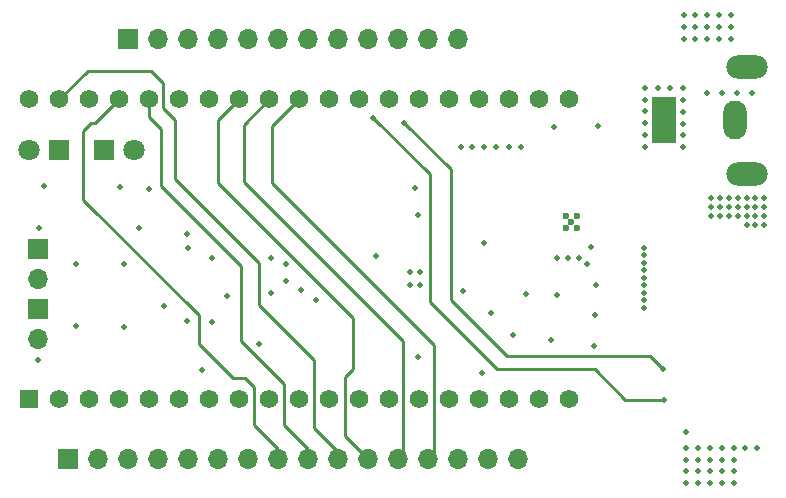
<source format=gbr>
G04 #@! TF.GenerationSoftware,KiCad,Pcbnew,5.99.0-unknown-89dcc4689~104~ubuntu20.04.1*
G04 #@! TF.CreationDate,2020-10-12T19:49:42-07:00*
G04 #@! TF.ProjectId,signal-board,7369676e-616c-42d6-926f-6172642e6b69,rev?*
G04 #@! TF.SameCoordinates,Original*
G04 #@! TF.FileFunction,Copper,L3,Inr*
G04 #@! TF.FilePolarity,Positive*
%FSLAX46Y46*%
G04 Gerber Fmt 4.6, Leading zero omitted, Abs format (unit mm)*
G04 Created by KiCad (PCBNEW 5.99.0-unknown-89dcc4689~104~ubuntu20.04.1) date 2020-10-12 19:49:42*
%MOMM*%
%LPD*%
G01*
G04 APERTURE LIST*
G04 #@! TA.AperFunction,ComponentPad*
%ADD10R,1.700000X1.700000*%
G04 #@! TD*
G04 #@! TA.AperFunction,ComponentPad*
%ADD11O,1.700000X1.700000*%
G04 #@! TD*
G04 #@! TA.AperFunction,ComponentPad*
%ADD12R,2.000000X4.000000*%
G04 #@! TD*
G04 #@! TA.AperFunction,ComponentPad*
%ADD13O,2.000000X3.300000*%
G04 #@! TD*
G04 #@! TA.AperFunction,ComponentPad*
%ADD14O,3.500000X2.000000*%
G04 #@! TD*
G04 #@! TA.AperFunction,ComponentPad*
%ADD15R,1.560000X1.560000*%
G04 #@! TD*
G04 #@! TA.AperFunction,ComponentPad*
%ADD16C,1.560000*%
G04 #@! TD*
G04 #@! TA.AperFunction,ComponentPad*
%ADD17R,1.800000X1.800000*%
G04 #@! TD*
G04 #@! TA.AperFunction,ComponentPad*
%ADD18C,1.800000*%
G04 #@! TD*
G04 #@! TA.AperFunction,ComponentPad*
%ADD19C,0.600000*%
G04 #@! TD*
G04 #@! TA.AperFunction,ViaPad*
%ADD20C,0.508000*%
G04 #@! TD*
G04 #@! TA.AperFunction,Conductor*
%ADD21C,0.254000*%
G04 #@! TD*
G04 APERTURE END LIST*
D10*
G04 #@! TO.N,+3V3*
G04 #@! TO.C,J4*
X109220000Y-137160000D03*
D11*
G04 #@! TO.N,/en*
X111760000Y-137160000D03*
G04 #@! TO.N,/sensor_vp*
X114300000Y-137160000D03*
G04 #@! TO.N,/sensor_vn*
X116840000Y-137160000D03*
G04 #@! TO.N,/io34*
X119380000Y-137160000D03*
G04 #@! TO.N,/io35*
X121920000Y-137160000D03*
G04 #@! TO.N,/io25*
X124460000Y-137160000D03*
G04 #@! TO.N,/uart_tx*
X127000000Y-137160000D03*
G04 #@! TO.N,/uart_rx*
X129540000Y-137160000D03*
G04 #@! TO.N,/vspi_mosi*
X132080000Y-137160000D03*
G04 #@! TO.N,/vspi_miso*
X134620000Y-137160000D03*
G04 #@! TO.N,/vspi_clk*
X137160000Y-137160000D03*
G04 #@! TO.N,/vspi_cs*
X139700000Y-137160000D03*
G04 #@! TO.N,GND*
X142240000Y-137160000D03*
G04 #@! TO.N,+5V*
X144780000Y-137160000D03*
G04 #@! TO.N,/3-12v*
X147320000Y-137160000D03*
G04 #@! TD*
D10*
G04 #@! TO.N,/i2c_scl*
G04 #@! TO.C,J2*
X114300000Y-101600000D03*
D11*
G04 #@! TO.N,/i2c_sda*
X116840000Y-101600000D03*
G04 #@! TO.N,GND*
X119380000Y-101600000D03*
G04 #@! TO.N,/pixels_8*
X121920000Y-101600000D03*
G04 #@! TO.N,/pixels_7*
X124460000Y-101600000D03*
G04 #@! TO.N,/pixels_6*
X127000000Y-101600000D03*
G04 #@! TO.N,/pixels_5*
X129540000Y-101600000D03*
G04 #@! TO.N,/pixels_4*
X132080000Y-101600000D03*
G04 #@! TO.N,/pixels_3*
X134620000Y-101600000D03*
G04 #@! TO.N,/pixels_2*
X137160000Y-101600000D03*
G04 #@! TO.N,/pixels_1*
X139700000Y-101600000D03*
G04 #@! TO.N,GND*
X142240000Y-101600000D03*
G04 #@! TD*
D12*
G04 #@! TO.N,/3-12v*
G04 #@! TO.C,J1*
X159652200Y-108483400D03*
D13*
G04 #@! TO.N,GND*
X165652200Y-108483400D03*
D14*
G04 #@! TO.N,N/C*
X166652200Y-103983400D03*
X166652200Y-112983400D03*
G04 #@! TD*
D15*
G04 #@! TO.N,+3V3*
G04 #@! TO.C,U2*
X105890000Y-132100000D03*
D16*
G04 #@! TO.N,/en*
X108430000Y-132100000D03*
G04 #@! TO.N,/sensor_vp*
X110970000Y-132100000D03*
G04 #@! TO.N,/sensor_vn*
X113510000Y-132100000D03*
G04 #@! TO.N,/io34*
X116050000Y-132100000D03*
G04 #@! TO.N,/io35*
X118590000Y-132100000D03*
G04 #@! TO.N,Net-(U2-Pad7)*
X121130000Y-132100000D03*
G04 #@! TO.N,Net-(U2-Pad8)*
X123670000Y-132100000D03*
G04 #@! TO.N,/io25*
X126210000Y-132100000D03*
G04 #@! TO.N,/level_shift_4*
X128750000Y-132100000D03*
G04 #@! TO.N,/level_shift_3*
X131290000Y-132100000D03*
G04 #@! TO.N,/status_led*
X133830000Y-132100000D03*
G04 #@! TO.N,/level_shift_2*
X136370000Y-132100000D03*
G04 #@! TO.N,GND*
X138910000Y-132100000D03*
G04 #@! TO.N,/level_shift_1*
X141450000Y-132100000D03*
G04 #@! TO.N,Net-(U2-Pad16)*
X143990000Y-132100000D03*
G04 #@! TO.N,Net-(U2-Pad17)*
X146530000Y-132100000D03*
G04 #@! TO.N,Net-(U2-Pad18)*
X149070000Y-132100000D03*
G04 #@! TO.N,+5V*
X151610000Y-132100000D03*
G04 #@! TO.N,GND*
X105890000Y-106700000D03*
G04 #@! TO.N,/vspi_mosi*
X108430000Y-106700000D03*
G04 #@! TO.N,/i2c_scl*
X110970000Y-106700000D03*
G04 #@! TO.N,/uart_tx*
X113510000Y-106700000D03*
G04 #@! TO.N,/uart_rx*
X116050000Y-106700000D03*
G04 #@! TO.N,/i2c_sda*
X118590000Y-106700000D03*
G04 #@! TO.N,GND*
X121130000Y-106700000D03*
G04 #@! TO.N,/vspi_miso*
X123670000Y-106700000D03*
G04 #@! TO.N,/vspi_clk*
X126210000Y-106700000D03*
G04 #@! TO.N,/vspi_cs*
X128750000Y-106700000D03*
G04 #@! TO.N,/level_shift_8*
X131290000Y-106700000D03*
G04 #@! TO.N,/level_shift_7*
X133830000Y-106700000D03*
G04 #@! TO.N,/level_shift_6*
X136370000Y-106700000D03*
G04 #@! TO.N,/button_2*
X138910000Y-106700000D03*
G04 #@! TO.N,/level_shift_5*
X141450000Y-106700000D03*
G04 #@! TO.N,/button_1*
X143990000Y-106700000D03*
G04 #@! TO.N,Net-(U2-Pad36)*
X146530000Y-106700000D03*
G04 #@! TO.N,Net-(U2-Pad37)*
X149070000Y-106700000D03*
G04 #@! TO.N,Net-(U2-Pad38)*
X151610000Y-106700000D03*
G04 #@! TD*
D17*
G04 #@! TO.N,Net-(D2-Pad1)*
G04 #@! TO.C,D2*
X112268000Y-110998000D03*
D18*
G04 #@! TO.N,/status_led*
X114808000Y-110998000D03*
G04 #@! TD*
D17*
G04 #@! TO.N,Net-(D1-Pad1)*
G04 #@! TO.C,D1*
X108458000Y-110998000D03*
D18*
G04 #@! TO.N,+3V3*
X105918000Y-110998000D03*
G04 #@! TD*
D10*
G04 #@! TO.N,GND*
G04 #@! TO.C,J5*
X106680000Y-124460000D03*
D11*
G04 #@! TO.N,Net-(J5-Pad2)*
X106680000Y-127000000D03*
G04 #@! TD*
D19*
G04 #@! TO.N,GND*
G04 #@! TO.C,U1*
X151814000Y-117081500D03*
X151314000Y-116581500D03*
X151314000Y-117581500D03*
X152314000Y-117581500D03*
X152314000Y-116581500D03*
G04 #@! TD*
D10*
G04 #@! TO.N,GND*
G04 #@! TO.C,J6*
X106680000Y-119380000D03*
D11*
G04 #@! TO.N,Net-(J6-Pad2)*
X106680000Y-121920000D03*
G04 #@! TD*
D20*
G04 #@! TO.N,GND*
X168148000Y-117312000D03*
X153822400Y-124993400D03*
X154051000Y-108940600D03*
X161544000Y-136192000D03*
X163315400Y-99568000D03*
X109829600Y-120675400D03*
X164592000Y-106172000D03*
X162315400Y-101568000D03*
X163315400Y-101568000D03*
X163648000Y-115062000D03*
X163315400Y-100568000D03*
X165315400Y-101568000D03*
X162315400Y-99568000D03*
X163544000Y-137192000D03*
X162315400Y-100568000D03*
X162544000Y-139192000D03*
X147980400Y-123164600D03*
X117348000Y-124155200D03*
X146558000Y-110744000D03*
X164315400Y-99568000D03*
X165898000Y-116562000D03*
X164544000Y-139192000D03*
X165862000Y-106172000D03*
X150571200Y-123266200D03*
X113588800Y-114147600D03*
X164544000Y-136192000D03*
X164398000Y-115812000D03*
X161544000Y-139192000D03*
X119380000Y-119253000D03*
X163322000Y-106172000D03*
X164398000Y-115062000D03*
X106654600Y-128727200D03*
X163544000Y-136192000D03*
X165544000Y-139192000D03*
X164544000Y-137192000D03*
X113969800Y-125958600D03*
X109829600Y-125857000D03*
X164398000Y-116562000D03*
X138836400Y-116484400D03*
X168148000Y-116562000D03*
X164315400Y-100568000D03*
X164544000Y-138192000D03*
X146888200Y-126619000D03*
X163544000Y-139192000D03*
X162544000Y-138192000D03*
X153746200Y-127558800D03*
X165898000Y-115812000D03*
X161544000Y-134874000D03*
X142494000Y-110744000D03*
X122656600Y-123367800D03*
X166648000Y-116562000D03*
X138785600Y-128524000D03*
X138176000Y-121285000D03*
X165315400Y-99568000D03*
X150622000Y-120116600D03*
X147574000Y-110744000D03*
X163648000Y-116562000D03*
X120523000Y-129641600D03*
X153111200Y-120650000D03*
X152450800Y-120116600D03*
X161544000Y-137192000D03*
X151511000Y-120116600D03*
X166648000Y-115812000D03*
X143383000Y-110744000D03*
X167132000Y-106172000D03*
X162544000Y-136192000D03*
X161315400Y-100568000D03*
X144399000Y-110744000D03*
X166648000Y-117312000D03*
X161315400Y-101568000D03*
X167544000Y-136192000D03*
X167398000Y-116562000D03*
X142621000Y-122936000D03*
X166544000Y-136192000D03*
X165544000Y-138192000D03*
X167398000Y-115812000D03*
X139014200Y-122428000D03*
X165148000Y-116562000D03*
X138176000Y-122428000D03*
X116052600Y-114249200D03*
X115189000Y-117602000D03*
X167398000Y-117312000D03*
X165898000Y-115062000D03*
X165148000Y-115062000D03*
X150114000Y-127076200D03*
X167398000Y-115062000D03*
X107162600Y-114071400D03*
X106730800Y-117576600D03*
X165315400Y-100568000D03*
X144983200Y-124764800D03*
X166648000Y-115062000D03*
X139014200Y-121285000D03*
X168148000Y-115062000D03*
X113919000Y-120599200D03*
X135280400Y-119938800D03*
X153873200Y-122377200D03*
X145415000Y-110744000D03*
X164315400Y-101568000D03*
X162544000Y-137192000D03*
X119253000Y-118059200D03*
X163648000Y-115812000D03*
X161315400Y-99568000D03*
X161544000Y-138192000D03*
X125349000Y-127381000D03*
X168148000Y-115812000D03*
X165544000Y-136192000D03*
X163544000Y-138192000D03*
X165544000Y-137192000D03*
X144221200Y-129844800D03*
X150342600Y-109016800D03*
X165148000Y-115812000D03*
X138607800Y-114223800D03*
X119253000Y-125476000D03*
G04 #@! TO.N,+3V3*
X121398000Y-125531000D03*
X121384200Y-120165000D03*
G04 #@! TO.N,/3-12v*
X157988000Y-119888000D03*
X161258000Y-106744000D03*
X158083000Y-110718600D03*
X161258000Y-110744000D03*
X157988000Y-123698000D03*
X161258000Y-107744000D03*
X157988000Y-124333000D03*
X157988000Y-119253000D03*
X158083000Y-109718600D03*
X161258000Y-109744000D03*
X157988000Y-120523000D03*
X159149800Y-105714800D03*
X157988000Y-121793000D03*
X157988000Y-121158000D03*
X160191200Y-105714800D03*
X161258000Y-108744000D03*
X157988000Y-122428000D03*
X161258000Y-105744000D03*
X158083000Y-107718600D03*
X158083000Y-106718600D03*
X158083000Y-105718600D03*
X158083000Y-108718600D03*
X157988000Y-123063000D03*
G04 #@! TO.N,/button_2*
X126365000Y-120142000D03*
G04 #@! TO.N,/button_1*
X127635000Y-120650000D03*
G04 #@! TO.N,/pixels_2*
X135051800Y-108280200D03*
X159664400Y-132130800D03*
G04 #@! TO.N,/pixels_1*
X137668000Y-108712000D03*
X159562800Y-129489200D03*
G04 #@! TO.N,/level_shift_5*
X130175000Y-123698000D03*
G04 #@! TO.N,/level_shift_6*
X128905000Y-122809000D03*
G04 #@! TO.N,/level_shift_7*
X127635000Y-122047000D03*
G04 #@! TO.N,/level_shift_8*
X126365000Y-123063000D03*
G04 #@! TO.N,Net-(R3-Pad2)*
X144399000Y-118897400D03*
X153492200Y-119227600D03*
G04 #@! TD*
D21*
G04 #@! TO.N,/pixels_2*
X156362400Y-132130800D02*
X159664400Y-132130800D01*
X139801600Y-113030000D02*
X139801600Y-123825000D01*
X153797000Y-129565400D02*
X156362400Y-132130800D01*
X145542000Y-129565400D02*
X153797000Y-129565400D01*
X135051800Y-108280200D02*
X139801600Y-113030000D01*
X139801600Y-123825000D02*
X145542000Y-129565400D01*
G04 #@! TO.N,/pixels_1*
X141579600Y-123647200D02*
X146329400Y-128397000D01*
X158470600Y-128397000D02*
X159562800Y-129489200D01*
X141579600Y-112623600D02*
X141579600Y-123647200D01*
X137668000Y-108712000D02*
X141579600Y-112623600D01*
X146329400Y-128397000D02*
X158470600Y-128397000D01*
G04 #@! TO.N,/vspi_cs*
X128750000Y-106700000D02*
X127000000Y-108450000D01*
X126492000Y-113792000D02*
X140208000Y-127508000D01*
X127000000Y-108450000D02*
X127000000Y-108458000D01*
X140208000Y-132207000D02*
X140208000Y-136652000D01*
X127000000Y-108458000D02*
X126492000Y-108966000D01*
X126492000Y-108966000D02*
X126492000Y-113792000D01*
X140208000Y-127508000D02*
X140208000Y-132207000D01*
X140208000Y-136652000D02*
X139700000Y-137160000D01*
G04 #@! TO.N,/vspi_clk*
X137531001Y-127117001D02*
X137531001Y-136788999D01*
X126210000Y-106700000D02*
X124079000Y-108831000D01*
X124079000Y-113538000D02*
X124079000Y-113665000D01*
X124079000Y-108831000D02*
X124079000Y-113538000D01*
X137531001Y-136788999D02*
X137160000Y-137160000D01*
X124079000Y-113665000D02*
X137531001Y-127117001D01*
G04 #@! TO.N,/vspi_miso*
X133350000Y-125222000D02*
X133350000Y-129540000D01*
X133350000Y-129540000D02*
X132668999Y-130221001D01*
X132668999Y-130221001D02*
X132668999Y-135208999D01*
X132668999Y-135208999D02*
X134620000Y-137160000D01*
X123670000Y-106700000D02*
X121912000Y-108458000D01*
X130810001Y-122682001D02*
X133350000Y-125222000D01*
X121912000Y-108458000D02*
X121912000Y-113784000D01*
X121912000Y-113784000D02*
X130810001Y-122682001D01*
G04 #@! TO.N,/uart_rx*
X127508000Y-134239000D02*
X129540000Y-136271000D01*
X123825000Y-120777000D02*
X123825000Y-127127000D01*
X129540000Y-136271000D02*
X129540000Y-137160000D01*
X117094000Y-109220000D02*
X117094000Y-114046000D01*
X116050000Y-108176000D02*
X117094000Y-109220000D01*
X123825000Y-127127000D02*
X127508000Y-130810000D01*
X127508000Y-130810000D02*
X127508000Y-134239000D01*
X116050000Y-106700000D02*
X116050000Y-108176000D01*
X117094000Y-114046000D02*
X123825000Y-120777000D01*
G04 #@! TO.N,/uart_tx*
X127000000Y-136271000D02*
X127000000Y-137160000D01*
X124206000Y-130302000D02*
X124968000Y-131064000D01*
X110490000Y-115189000D02*
X120269000Y-124968000D01*
X111498000Y-108712000D02*
X111125000Y-108712000D01*
X111125000Y-108712000D02*
X110490000Y-109347000D01*
X113510000Y-106700000D02*
X111498000Y-108712000D01*
X120269000Y-124968000D02*
X120269000Y-127381000D01*
X124968000Y-134239000D02*
X127000000Y-136271000D01*
X124968000Y-131064000D02*
X124968000Y-134239000D01*
X110490000Y-109347000D02*
X110490000Y-115189000D01*
X120269000Y-127381000D02*
X123190000Y-130302000D01*
X123190000Y-130302000D02*
X124206000Y-130302000D01*
G04 #@! TO.N,/vspi_mosi*
X125349000Y-120523000D02*
X118237000Y-113411000D01*
X110863000Y-104267000D02*
X108430000Y-106700000D01*
X132080000Y-137160000D02*
X132080000Y-136525000D01*
X132080000Y-136525000D02*
X130048000Y-134493000D01*
X117211001Y-105273001D02*
X116205000Y-104267000D01*
X116205000Y-104267000D02*
X110863000Y-104267000D01*
X130048000Y-128778000D02*
X125349000Y-124079000D01*
X118237000Y-108458000D02*
X117211001Y-107432001D01*
X125349000Y-124079000D02*
X125349000Y-120523000D01*
X130048000Y-134493000D02*
X130048000Y-128778000D01*
X118237000Y-113411000D02*
X118237000Y-108458000D01*
X117211001Y-107432001D02*
X117211001Y-105273001D01*
G04 #@! TD*
M02*

</source>
